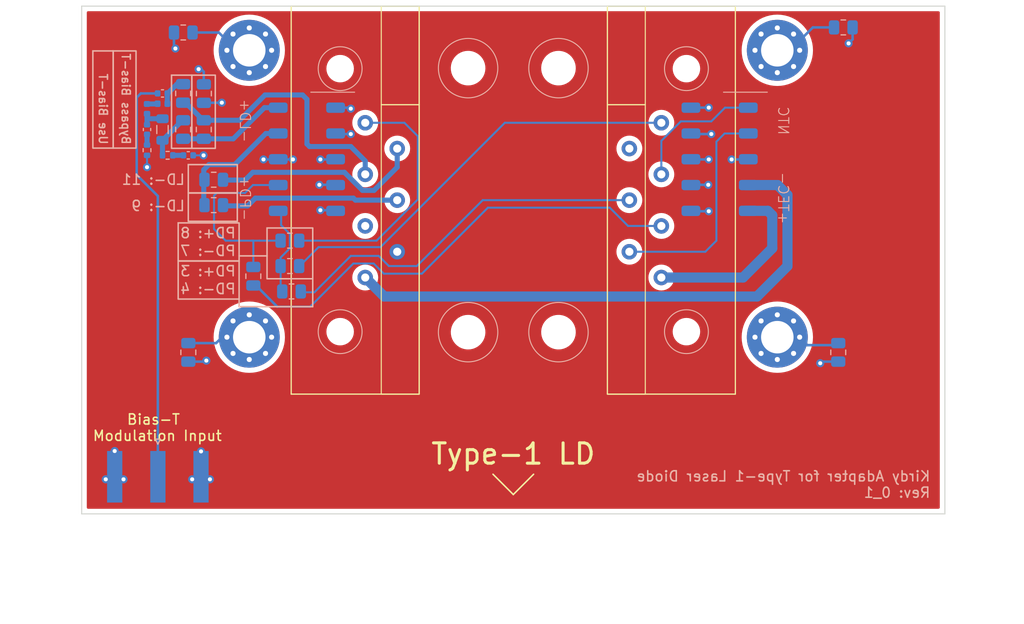
<source format=kicad_pcb>
(kicad_pcb (version 20221018) (generator pcbnew)

  (general
    (thickness 1.6)
  )

  (paper "A4")
  (title_block
    (rev "v0_1rc1")
    (comment 1 "v0_1rc1: Changed the location of silkscreen markings of Bias-T Modulation Input")
  )

  (layers
    (0 "F.Cu" signal)
    (31 "B.Cu" signal)
    (32 "B.Adhes" user "B.Adhesive")
    (33 "F.Adhes" user "F.Adhesive")
    (34 "B.Paste" user)
    (35 "F.Paste" user)
    (36 "B.SilkS" user "B.Silkscreen")
    (37 "F.SilkS" user "F.Silkscreen")
    (38 "B.Mask" user)
    (39 "F.Mask" user)
    (40 "Dwgs.User" user "User.Drawings")
    (41 "Cmts.User" user "User.Comments")
    (42 "Eco1.User" user "User.Eco1")
    (43 "Eco2.User" user "User.Eco2")
    (44 "Edge.Cuts" user)
    (45 "Margin" user)
    (46 "B.CrtYd" user "B.Courtyard")
    (47 "F.CrtYd" user "F.Courtyard")
    (48 "B.Fab" user)
    (49 "F.Fab" user)
    (50 "User.1" user)
    (51 "User.2" user)
    (52 "User.3" user)
    (53 "User.4" user)
    (54 "User.5" user)
    (55 "User.6" user)
    (56 "User.7" user)
    (57 "User.8" user)
    (58 "User.9" user)
  )

  (setup
    (stackup
      (layer "F.SilkS" (type "Top Silk Screen"))
      (layer "F.Paste" (type "Top Solder Paste"))
      (layer "F.Mask" (type "Top Solder Mask") (thickness 0.01))
      (layer "F.Cu" (type "copper") (thickness 0.035))
      (layer "dielectric 1" (type "core") (thickness 1.51) (material "FR4") (epsilon_r 4.5) (loss_tangent 0.02))
      (layer "B.Cu" (type "copper") (thickness 0.035))
      (layer "B.Mask" (type "Bottom Solder Mask") (thickness 0.01))
      (layer "B.Paste" (type "Bottom Solder Paste"))
      (layer "B.SilkS" (type "Bottom Silk Screen"))
      (copper_finish "None")
      (dielectric_constraints no)
    )
    (pad_to_mask_clearance 0)
    (pcbplotparams
      (layerselection 0x0001000_7ffffffe)
      (plot_on_all_layers_selection 0x00080a8_00000000)
      (disableapertmacros false)
      (usegerberextensions true)
      (usegerberattributes true)
      (usegerberadvancedattributes true)
      (creategerberjobfile false)
      (dashed_line_dash_ratio 12.000000)
      (dashed_line_gap_ratio 3.000000)
      (svgprecision 6)
      (plotframeref false)
      (viasonmask false)
      (mode 1)
      (useauxorigin false)
      (hpglpennumber 1)
      (hpglpenspeed 20)
      (hpglpendiameter 15.000000)
      (dxfpolygonmode true)
      (dxfimperialunits true)
      (dxfusepcbnewfont true)
      (psnegative false)
      (psa4output false)
      (plotreference false)
      (plotvalue false)
      (plotinvisibletext false)
      (sketchpadsonfab false)
      (subtractmaskfromsilk true)
      (outputformat 3)
      (mirror false)
      (drillshape 0)
      (scaleselection 1)
      (outputdirectory "../kirdy_copper_plate/test.pdf")
    )
  )

  (net 0 "")
  (net 1 "GND")
  (net 2 "Net-(J3-PD+)")
  (net 3 "Net-(J3-PD-)")
  (net 4 "/TEC+")
  (net 5 "/NTC+")
  (net 6 "unconnected-(J3-NC-Pad6)")
  (net 7 "Net-(J3-PD-*)")
  (net 8 "/NTC-")
  (net 9 "Net-(J3-PD+*)")
  (net 10 "Net-(J3-LD-*)")
  (net 11 "Net-(J3-LD-)")
  (net 12 "/LD+")
  (net 13 "unconnected-(J3-NC-Pad12)")
  (net 14 "/TEC-")
  (net 15 "/PD-")
  (net 16 "/PD+")
  (net 17 "/LD-")
  (net 18 "Net-(C2-Pad1)")
  (net 19 "/Mod_IN")
  (net 20 "/kirdy_LD+")
  (net 21 "Net-(C2-Pad2)")
  (net 22 "Net-(C5-Pad1)")
  (net 23 "Net-(L2-Pad2)")
  (net 24 "Net-(L3-Pad1)")
  (net 25 "Net-(C3-Pad1)")
  (net 26 "Net-(H2-Pad1)")
  (net 27 "Net-(H3-Pad1)")
  (net 28 "Net-(H4-Pad1)")
  (net 29 "Net-(H1-Pad1)")

  (footprint "laserSocket:Butterfly_Socket" (layer "F.Cu") (at 0 4.02 180))

  (footprint "laserSocket:78614110360_Receptacle" (layer "F.Cu") (at -26 -10.737))

  (footprint "laserSocket:78614110360_Receptacle" (layer "F.Cu") (at -26 17.513))

  (footprint "laserSocket:LD_Heat_Sink" (layer "F.Cu") (at -42.5 -15.084))

  (footprint "laserSocket:78614110360_Receptacle" (layer "F.Cu") (at 26 -10.737))

  (footprint "laserSocket:78614110360_Receptacle" (layer "F.Cu") (at 26 17.513))

  (footprint "Inductor_SMD:L_0402_1005Metric" (layer "B.Cu") (at -34.544 -5.4745 180))

  (footprint "Resistor_SMD:R_0805_2012Metric" (layer "B.Cu") (at -32.5 -12.49 180))

  (footprint "Capacitor_SMD:C_0402_1005Metric" (layer "B.Cu") (at -36.068 -2.9345 -90))

  (footprint "Resistor_SMD:R_0805_2012Metric" (layer "B.Cu") (at -25.6 11.51 -90))

  (footprint "Inductor_SMD:L_0402_1005Metric" (layer "B.Cu") (at -36.068 -4.9665 -90))

  (footprint "Resistor_SMD:R_0805_2012Metric" (layer "B.Cu") (at -30.4694 -6.4762 -90))

  (footprint "Resistor_SMD:R_0805_2012Metric" (layer "B.Cu") (at -32.512 -6.4905 90))

  (footprint "Inductor_SMD:L_0805_2012Metric" (layer "B.Cu") (at -34.544 -2.9345 -90))

  (footprint "laserSocket:M20-7870542" (layer "B.Cu") (at -20.3222 -0.0068 180))

  (footprint "laserSocket:M20-7870542" (layer "B.Cu") (at 20.3178 -0.0068 180))

  (footprint "Resistor_SMD:R_0805_2012Metric" (layer "B.Cu") (at -32 19.01 -90))

  (footprint "Resistor_SMD:R_0805_2012Metric" (layer "B.Cu") (at -29.5 4.51 180))

  (footprint "Resistor_SMD:R_0805_2012Metric" (layer "B.Cu") (at -22 8.01 180))

  (footprint "Resistor_SMD:R_0805_2012Metric" (layer "B.Cu") (at -29.5 2.01 180))

  (footprint "Capacitor_SMD:C_0402_1005Metric" (layer "B.Cu") (at -32.004 -0.3945))

  (footprint "Resistor_SMD:R_0805_2012Metric" (layer "B.Cu") (at -30.48 -2.9345 90))

  (footprint "Resistor_SMD:R_0805_2012Metric" (layer "B.Cu") (at 32 19.01 -90))

  (footprint "Resistor_SMD:R_0805_2012Metric" (layer "B.Cu") (at 32.5 -12.99))

  (footprint "Capacitor_SMD:C_0402_1005Metric" (layer "B.Cu") (at -34.544 -6.4905 180))

  (footprint "Connector_Coaxial:SMA_Amphenol_132289_EdgeMount" (layer "B.Cu") (at -35 31.26 -90))

  (footprint "Resistor_SMD:R_0402_1005Metric" (layer "B.Cu") (at -34.036 -0.3945))

  (footprint "Resistor_SMD:R_0402_1005Metric" (layer "B.Cu") (at -36.068 -0.9025 -90))

  (footprint "Resistor_SMD:R_0805_2012Metric" (layer "B.Cu") (at -22 10.51))

  (footprint "laserSocket:kirdy_socket" (layer "B.Cu") (at 0 0.01 180))

  (footprint "Resistor_SMD:R_0805_2012Metric" (layer "B.Cu") (at -21.8375 13.01))

  (footprint "Resistor_SMD:R_0805_2012Metric" (layer "B.Cu") (at -32.512 -2.9345 90))

  (gr_rect (start -39.4 -10.674) (end -37.15 -1.106)
    (stroke (width 0.15) (type default)) (fill none) (layer "B.SilkS") (tstamp 0ef91e2f-7d07-4eb4-8ed0-10c7fb144d6c))
  (gr_line (start -27 13.76) (end -27 14.51)
    (stroke (width 0.15) (type default)) (layer "B.SilkS") (tstamp 36d88f3e-2839-486f-900e-a0ab6901526d))
  (gr_rect (start -31.655 -8.29) (end -29.345 -1.0816)
    (stroke (width 0.15) (type default)) (fill none) (layer "B.SilkS") (tstamp 402191f3-283b-481e-bedb-01fc3ef01cd4))
  (gr_line (start -27 9.51) (end -24.25 9.51)
    (stroke (width 0.15) (type default)) (layer "B.SilkS") (tstamp 44583d53-d6c5-4174-8bff-3682643b44b8))
  (gr_rect (start -33 10.01) (end -27 13.76)
    (stroke (width 0.15) (type default)) (fill none) (layer "B.SilkS") (tstamp 6005dff1-e18b-4fe2-9f3e-fdee4cc62578))
  (gr_rect (start -33.655 -8.29) (end -31.655 -1.0816)
    (stroke (width 0.15) (type default)) (fill none) (layer "B.SilkS") (tstamp 6423e819-464c-4123-ac7f-ee0cef68da73))
  (gr_rect (start -24.25 6.76) (end -19.75 11.76)
    (stroke (width 0.15) (type default)) (fill none) (layer "B.SilkS") (tstamp 6de74a38-d69e-4e3b-9f19-9e5a6811e6db))
  (gr_rect (start -41.4 -10.674) (end -39.4 -1.106)
    (stroke (width 0.15) (type default)) (fill none) (layer "B.SilkS") (tstamp 8c2746d8-2581-4ca0-9193-3277a8e9a52e))
  (gr_line (start -19.75 11.76) (end -19.75 14.51)
    (stroke (width 0.15) (type default)) (layer "B.SilkS") (tstamp a32a1bfb-022c-4f63-aef9-9c0a658a4a82))
  (gr_rect (start -33 6.26) (end -27 10.01)
    (stroke (width 0.15) (type default)) (fill none) (layer "B.SilkS") (tstamp b5d9a385-3387-4a69-b362-da3a4fd6da62))
  (gr_rect (start -32.004 3.312) (end -27.178 6.106)
    (stroke (width 0.15) (type default)) (fill none) (layer "B.SilkS") (tstamp bd965ae7-57d4-477b-8862-5015b280e30a))
  (gr_line (start -27 14.51) (end -19.75 14.51)
    (stroke (width 0.15) (type default)) (layer "B.SilkS") (tstamp df2a32a5-0c76-4fdf-a1f1-d46f8f620326))
  (gr_rect (start -32.004 0.518) (end -27.178 3.312)
    (stroke (width 0.15) (type default)) (fill none) (layer "B.SilkS") (tstamp eb9d25d7-13e5-4f42-8abe-fe49d17497de))
  (gr_line (start 0 33.01) (end -2 31.01)
    (stroke (width 0.15) (type default)) (layer "F.SilkS") (tstamp 874923f9-a9f7-4958-996b-11a977ff4bfa))
  (gr_line (start 0 33.01) (end 2 31.01)
    (stroke (width 0.15) (type default)) (layer "F.SilkS") (tstamp ae60edff-7e7c-448e-b414-0dd5435511fc))
  (gr_line (start -42.5 34.9132) (end 42.5 34.9132)
    (stroke (width 0.1) (type default)) (layer "Edge.Cuts") (tstamp 5fc11ccb-206c-4a11-8cb3-f05fdf2365ed))
  (gr_line (start 42.5 -15.0868) (end -42.5 -15.0868)
    (stroke (width 0.1) (type default)) (layer "Edge.Cuts") (tstamp 96bb3b61-a8bd-4e6d-8c1c-2a91283c5af6))
  (gr_line (start -42.5 -15.0868) (end -42.5 34.9132)
    (stroke (width 0.1) (type default)) (layer "Edge.Cuts") (tstamp b269c852-4cfb-4fde-86c0-83d58bd7102b))
  (gr_line (start 42.5 34.9132) (end 42.5 -15.0868)
    (stroke (width 0.1) (type default)) (layer "Edge.Cuts") (tstamp b654c7e3-761e-4a6b-b332-c1b14e723831))
  (gr_text "PD+: 8" (at -27.25 7.26) (layer "B.SilkS") (tstamp 04c864d3-b770-478b-b591-c2f859564f89)
    (effects (font (size 1 1) (thickness 0.15)) (justify left mirror))
  )
  (gr_text "Bypass Bias-T" (at -38.15 -1.39 270) (layer "B.SilkS") (tstamp 0ad38507-6748-4bd5-90e6-04e1281b8513)
    (effects (font (size 0.8 0.8) (thickness 0.15)) (justify left mirror))
  )
  (gr_text "PD-: 4" (at -27.25 12.76) (layer "B.SilkS") (tstamp 1ede9fb9-2b80-4a70-95e6-8b1106e7b917)
    (effects (font (size 1 1) (thickness 0.15)) (justify left mirror))
  )
  (gr_text "Use Bias-T" (at -40.4 -1.39 270) (layer "B.SilkS") (tstamp 27273078-f90b-42d9-aa8d-6b3b1a0d97c4)
    (effects (font (size 0.8 0.8) (thickness 0.15)) (justify left mirror))
  )
  (gr_text "LD-: 9" (at -32.258 4.582) (layer "B.SilkS") (tstamp 4cc0ef08-f92c-4c13-bdf4-4ed9b0d668f1)
    (effects (font (size 1 1) (thickness 0.15)) (justify left mirror))
  )
  (gr_text "PD+: 3" (at -27.25 11.01) (layer "B.SilkS") (tstamp c5025ffb-4132-40ad-9ba2-5a426d255675)
    (effects (font (size 1 1) (thickness 0.15)) (justify left mirror))
  )
  (gr_text "Kirdy Adapter for Type-1 Laser Diode \nRev: 0_1" (at 41.148 32.014) (layer "B.SilkS") (tstamp d9185641-8167-4841-b540-088303848472)
    (effects (font (size 1 1) (thickness 0.15)) (justify left mirror))
  )
  (gr_text "PD-: 7" (at -27.25 9.01) (layer "B.SilkS") (tstamp e9305944-d283-4481-a373-483045d7de6d)
    (effects (font (size 1 1) (thickness 0.15)) (justify left mirror))
  )
  (gr_text "LD-: 11" (at -32.258 1.998) (layer "B.SilkS") (tstamp f8a1f124-6566-4a42-92b0-87395200e1f8)
    (effects (font (size 1 1) (thickness 0.15)) (justify left mirror))
  )
  (gr_text "Type-1 LD" (at 0 29.01) (layer "F.SilkS") (tstamp 6b833559-6474-4221-aa6a-78219e45b6af)
    (effects (font (size 2 2) (thickness 0.3)))
  )
  (gr_text "Bias-T \nModulation Input" (at -35.052 26.416) (layer "F.SilkS") (tstamp be63c161-af45-409b-ab6a-4332d46cf0d0)
    (effects (font (size 1 1) (thickness 0.15)))
  )

  (via (at -19.1 2.51) (size 0.8) (drill 0.4) (layers "F.Cu" "B.Cu") (free) (net 1) (tstamp 0b2eca09-aa36-4861-baa6-3f0fe3836af6))
  (via (at -31.623 31.51) (size 0.8) (drill 0.4) (layers "F.Cu" "B.Cu") (free) (net 1) (tstamp 0d5de957-141c-4c66-a0e2-2667c266206a))
  (via (at -30.226 19.822) (size 0.8) (drill 0.4) (layers "F.Cu" "B.Cu") (net 1) (tstamp 0dab7955-5bbc-4bfb-80a7-1f686e32d016))
  (via (at -30.988 -8.88) (size 0.8) (drill 0.4) (layers "F.Cu" "B.Cu") (net 1) (tstamp 15ed4f94-0bcb-423b-bd75-1361c6b3ca7c))
  (via (at -39.2544 28.7248) (size 0.8) (drill 0.4) (layers "F.Cu" "B.Cu") (free) (net 1) (tstamp 1ed39148-0660-421e-b30e-3f98525068e4))
  (via (at -21.7 0.01) (size 0.8) (drill 0.4) (layers "F.Cu" "B.Cu") (free) (net 1) (tstamp 2764a420-7efd-4e83-9e69-c5b646aa7852))
  (via (at -38.382 31.51) (size 0.8) (drill 0.4) (layers "F.Cu" "B.Cu") (net 1) (tstamp 2be0de4a-daf2-4511-acf9-aef04b5f2530))
  (via (at -19 5.01) (size 0.8) (drill 0.4) (layers "F.Cu" "B.Cu") (free) (net 1) (tstamp 3cdaf648-0f31-4b8e-bd76-b2e4c6c22afc))
  (via (at -28.702 -5.578) (size 0.8) (drill 0.4) (layers "F.Cu" "B.Cu") (net 1) (tstamp 4342e44a-bdd7-42c2-985a-0be7aa36e14e))
  (via (at -30.5 -0.39) (size 0.8) (drill 0.4) (layers "F.Cu" "B.Cu") (net 1) (tstamp 4889216c-aa7b-4934-9836-6b7e52dcb053))
  (via (at 30.226 20.076) (size 0.8) (drill 0.4) (layers "F.Cu" "B.Cu") (net 1) (tstamp 4b7eb20c-ed7e-4fa6-a92c-fb636415b64d))
  (via (at 21.5 0.01) (size 0.8) (drill 0.4) (layers "F.Cu" "B.Cu") (free) (net 1) (tstamp 53407438-84af-47e1-8d97-b221bab59b19))
  (via (at 19.25 5.11) (size 0.8) (drill 0.4) (layers "F.Cu" "B.Cu") (net 1) (tstamp 56e78550-dcf0-4cb6-be7f-b67904591851))
  (via (at 19.25 -5.09) (size 0.8) (drill 0.4) (layers "F.Cu" "B.Cu") (free) (net 1) (tstamp 5a360d84-87a6-46f1-8434-9d6246708bf8))
  (via (at -30.75 28.76) (size 0.8) (drill 0.4) (layers "F.Cu" "B.Cu") (free) (net 1) (tstamp 6543018a-f1d7-4b4a-b2e5-724b759fb6b2))
  (via (at -16 -4.99) (size 0.8) (drill 0.4) (layers "F.Cu" "B.Cu") (free) (net 1) (tstamp 77b45021-f474-48ab-bcf1-a3b178bc2e5b))
  (via (at 19.25 0.01) (size 0.8) (drill 0.4) (layers "F.Cu" "B.Cu") (free) (net 1) (tstamp 8a5f89b8-ed9e-4d41-b280-03a9338e88b9))
  (via (at -24.6 0.01) (size 0.8) (drill 0.4) (layers "F.Cu" "B.Cu") (free) (net 1) (tstamp 8bd631d8-b797-456a-881b-fb9ad4912ca4))
  (via (at 33.02 -11.42) (size 0.8) (drill 0.4) (layers "F.Cu" "B.Cu") (net 1) (tstamp 8e608465-efb8-48ad-9a64-8c13528477d1))
  (via (at -29.873 31.51) (size 0.8) (drill 0.4) (layers "F.Cu" "B.Cu") (free) (net 1) (tstamp 8f7525ef-2afd-4969-bdef-83d94a83c98c))
  (via (at -16 -2.49) (size 0.8) (drill 0.4) (layers "F.Cu" "B.Cu") (free) (net 1) (tstamp 980cfb86-ef2c-4d30-872a-9d1cbce3f20e))
  (via (at -33.274 -10.912) (size 0.8) (drill 0.4) (layers "F.Cu" "B.Cu") (net 1) (tstamp a4fdc44b-c0d3-42d8-ba21-7f473cc0d98f))
  (via (at 19.2 2.51) (size 0.8) (drill 0.4) (layers "F.Cu" "B.Cu") (free) (net 1) (tstamp c296e3ac-c4c1-4dfb-badc-926bd32271fe))
  (via (at -36.068 0.772) (size 0.8) (drill 0.4) (layers "F.Cu" "B.Cu") (net 1) (tstamp daeb467a-8224-4186-82e6-6550edd102a7))
  (via (at -40.132 31.51) (size 0.8) (drill 0.4) (layers "F.Cu" "B.Cu") (net 1) (tstamp e0636d8f-0a6d-409d-aecc-45d20973e0bc))
  (via (at 19.5 -2.49) (size 0.8) (drill 0.4) (layers "F.Cu" "B.Cu") (free) (net 1) (tstamp e7c9e2a0-03c2-4403-a11e-ddd029b4b0fa))
  (via (at -19 0.01) (size 0.8) (drill 0.4) (layers "F.Cu" "B.Cu") (free) (net 1) (tstamp edd50e90-d3f7-47e1-bf51-8b4b0c214044))
  (segment (start 17.496 -5.09) (end 17.4928 -5.0868) (width 0.25) (layer "B.Cu") (net 1) (tstamp 05035bb0-0369-4780-b22f-7d6cb62d819a))
  (segment (start 19.5 -2.49) (end 17.5496 -2.49) (width 0.25) (layer "B.Cu") (net 1) (tstamp 0c338d63-bf98-4013-970a-459743315cea))
  (segment (start 21.5 0.01) (end 23.126 0.01) (width 0.25) (layer "B.Cu") (net 1) (tstamp 103f5b75-e3b2-4629-b8aa-29f9a9e49cea))
  (segment (start -16.0968 -5.0868) (end -16 -4.99) (width 0.25) (layer "B.Cu") (net 1) (tstamp 10b53e8a-1b48-4afa-af76-8ee743809c1f))
  (segment (start -19 0.01) (end -17.514 0.01) (width 0.25) (layer "B.Cu") (net 1) (tstamp 13d0a752-c0de-4873-94e5-a0b5b0599001))
  (segment (start -33.4125 -12.49) (end -33.4125 -11.0505) (width 0.25) (layer "B.Cu") (net 1) (tstamp 1c3f4c92-b306-4624-8ba5-cc709801d6a5))
  (segment (start -21.7 0.01) (end -23.1304 0.01) (width 0.25) (layer "B.Cu") (net 1) (tstamp 1c734e97-f47d-40f7-a643-bf801c3cd85b))
  (segment (start 30.226 20.076) (end 30.3795 19.9225) (width 0.25) (layer "B.Cu") (net 1) (tstamp 1d03d441-1a75-40c3-915d-02c1da76f9e1))
  (segment (start 17.5096 0.01) (end 17.4928 -0.0068) (width 0.25) (layer "B.Cu") (net 1) (tstamp 1e600d61-3dca-41ed-afcb-73be95bf69e8))
  (segment (start 33.4125 -12.99) (end 33.4125 -11.8125) (width 0.25) (layer "B.Cu") (net 1) (tstamp 22dddcf2-c2e3-4aa4-97e1-8156701e8ce2))
  (segment (start 19.25 0.01) (end 17.5096 0.01) (width 0.25) (layer "B.Cu") (net 1) (tstamp 25fc18c3-d2a3-49b1-ab34-7112b76f70e2))
  (segment (start -30.48 -7.3993) (end -30.48 -8.626) (width 0.25) (layer "B.Cu") (net 1) (tstamp 34d8dac2-76a0-4a8f-b197-5776a277d968))
  (segment (start -30.3265 19.9225) (end -30.226 19.822) (width 0.25) (layer "B.Cu") (net 1) (tstamp 4ffcf0ad-b47b-4673-9b85-8da055134a08))
  (segment (start -24.6 0.01) (end -23.164 0.01) (width 0.25) (layer "B.Cu") (net 1) (tstamp 55980785-7839-466f-9ff1-4be93cd962ca))
  (segment (start -31.524 -0.3945) (end -30.5 -0.39) (width 0.2) (layer "B.Cu") (net 1) (tstamp 5aa0575f-8397-44a7-a076-3ade00978a5c))
  (segment (start -17.4972 -5.0868) (end -16.0968 -5.0868) (width 0.25) (layer "B.Cu") (net 1) (tstamp 6052a09b-fae0-4266-a6f8-a7f0dc121a12))
  (segment (start -33.4125 -11.0505) (end -33.274 -10.912) (width 0.25) (layer "B.Cu") (net 1) (tstamp 6734df6b-be42-4110-914e-9b068b04d79d))
  (segment (start 30.3795 19.9225) (end 32 19.9225) (width 0.25) (layer "B.Cu") (net 1) (tstamp 72720807-6fa7-4966-a873-520d1d48ec8d))
  (segment (start 17.5496 -2.49) (end 17.4928 -2.5468) (width 0.25) (layer "B.Cu") (net 1) (tstamp 73c35d57-dd8e-4155-9426-3a680914d536))
  (segment (start 19.25 5.11) (end 17.5296 5.11) (width 0.25) (layer "B.Cu") (net 1) (tstamp 817dc2d8-430c-4170-889e-ac0c6073f0b4))
  (segment (start -28.702 -5.578) (end -28.7163 -5.5637) (width 0.25) (layer "B.Cu") (net 1) (tstamp 8d33db70-a93b-4ee1-8eb3-69211cfc7ffc))
  (segment (start -30.446 -7.4121) (end -30.4694 -7.3887) (width 0.25) (layer "B.Cu") (net 1) (tstamp 90ab62e3-7839-4935-9f75-2fa5d0f2b167))
  (segment (start -23.164 0.01) (end -23.1472 -0.0068) (width 0.25) (layer "B.Cu") (net 1) (tstamp 93fbb17f-56e2-4777-8b2c-1dcf89ba4805))
  (segment (start -17.5204 2.51) (end -17.4972 2.5332) (width 0.25) (layer "B.Cu") (net 1) (tstamp 9f59ad5a-a52f-44de-943e-036ebdda5372))
  (segment (start -16 -2.49) (end -17.4404 -2.49) (width 0.25) (layer "B.Cu") (net 1) (tstamp a10bb1c9-e04a-4e1a-8b41-95b454715bfc))
  (segment (start -23.1304 0.01) (end -23.1472 -0.0068) (width 0.25) (layer "B.Cu") (net 1) (tstamp a46c39ad-015f-4bbb-b49d-10c122d0cf86))
  (segment (start -30.5 -0.39) (end -30.500161 -0.3945) (width 0.2) (layer "B.Cu") (net 1) (tstamp ab992f42-83a0-406e-8778-32fc238405aa))
  (segment (start 19.2 2.51) (end 17.516 2.51) (width 0.25) (layer "B.Cu") (net 1) (tstamp ac3ca72f-c831-4445-8d26-0d0ecbd444bd))
  (segment (start -36.068 -0.3925) (end -36.068 0.772) (width 0.2) (layer "B.Cu") (net 1) (tstamp ba9ac4cf-5e2f-48e7-b269-d01cc29c0bac))
  (segment (start -36.068 0.772) (end -36.068 0.6215) (width 0.2) (layer "B.Cu") (net 1) (tstamp be8fa504-61ac-44c0-b8c2-e8f4d2a512e1))
  (segment (start -30.734 -8.88) (end -30.988 -8.88) (width 0.25) (layer "B.Cu") (net 1) (tstamp bf17489c-6773-443c-bd23-0d1b64496da4))
  (segment (start -17.4404 -2.49) (end -17.4972 -2.5468) (width 0.25) (layer "B.Cu") (net 1) (tstamp c493196c-797f-4abf-9abc-06b63bfa58bf))
  (segment (start 19.25 -5.09) (end 17.496 -5.09) (width 0.25) (layer "B.Cu") (net 1) (tstamp c9fa55b6-110f-45f3-bab7-cd28baf12492))
  (segment (start 17.5296 5.11) (end 17.4928 5.0732) (width 0.25) (layer "B.Cu") (net 1) (tstamp cb63d5c1-3a6c-40f4-ac34-34796706eb63))
  (segment (start -19 5.01) (end -17.5604 5.01) (width 0.25) (layer "B.Cu") (net 1) (tstamp dcac079d-a9dc-460e-a275-bbd1360447c7))
  (segment (start -17.5604 5.01) (end -17.4972 5.0732) (width 0.25) (layer "B.Cu") (net 1) (tstamp dfc774ed-d695-457b-a675-b5d97b6944f1))
  (segment (start -19.1 2.51) (end -17.5204 2.51) (width 0.25) (layer "B.Cu") (net 1) (tstamp e3ed6846-0fd7-46a0-b185-3f55cbd09d36))
  (segment (start 17.516 2.51) (end 17.4928 2.5332) (width 0.25) (layer "B.Cu") (net 1) (tstamp e7a4508c-0989-4688-ba22-512e4399113a))
  (segment (start 23.126 0.01) (end 23.1428 -0.0068) (width 0.25) (layer "B.Cu") (net 1) (tstamp ea724ddc-d1a8-4f13-8d4d-a1954a11f62e))
  (segment (start 33.4125 -11.8125) (end 33.02 -11.42) (width 0.25) (layer "B.Cu") (net 1) (tstamp eb998d29-f878-4b49-a23d-0d9c5a99c310))
  (segment (start -30.48 -8.626) (end -30.734 -8.88) (width 0.25) (layer "B.Cu") (net 1) (tstamp f3e7a76e-f443-4b32-9c58-60ed59888a0e))
  (segment (start -17.514 0.01) (end -17.4972 -0.0068) (width 0.25) (layer "B.Cu") (net 1) (tstamp f54a1838-1c67-48aa-90e4-70fa25017d1b))
  (segment (start -30.4694 -5.5637) (end -28.702 -5.578) (width 0.25) (layer "B.Cu") (net 1) (tstamp f90433ac-99a0-40be-961e-5ee8a4c90f38))
  (segment (start -32 19.9225) (end -30.3265 19.9225) (width 0.25) (layer "B.Cu") (net 1) (tstamp ff476093-929b-4538-be4b-9eb484ba42b4))
  (segment (start -30.4694 -7.3887) (end -30.48 -7.3993) (width 0.25) (layer "B.Cu") (net 1) (tstamp ffba421f-4614-48fb-80d5-acb1147ca9ba))
  (segment (start -9 11.26) (end -12.75 11.26) (width 0.2) (layer "B.Cu") (net 2) (tstamp 08c4cefb-91b4-4330-81f0-f398c921732a))
  (segment (start -25.0875 12.6725) (end -25.25 12.6725) (width 0.2) (layer "B.Cu") (net 2) (tstamp 2c98d0bd-cf4b-4e86-9068-ba4f75b8e5d5))
  (segment (start -25.3375 12.4225) (end -23.25 14.51) (width 0.25) (layer "B.Cu") (net 2) (tstamp 52357b59-5814-4b83-be5a-792d789e2f7f))
  (segment (start -20 14.51) (end -23.25 14.51) (width 0.2) (layer "B.Cu") (net 2) (tstamp 566fef68-448a-4baf-9a35-c328b04f3b28))
  (segment (start 9.5 4.76) (end -2.5 4.76) (width 0.2) (layer "B.Cu") (net 2) (tstamp 5751d418-0b7e-4c5b-8171-e182dd5ae104))
  (segment (start -25.5 12.5165) (end -25.5 12.604) (width 0.2) (layer "B.Cu") (net 2) (tstamp 763f2505-3c1f-4563-b5e2-e8fe2c47f7e0))
  (segment (start -12.75 11.26) (end -13.75 10.26) (width 0.2) (layer "B.Cu") (net 2) (tstamp 7ae6ec98-db55-458d-b634-d22089512c74))
  (segment (start -13.75 10.26) (end -15.75 10.26) (width 0.2) (layer "B.Cu") (net 2) (tstamp 7b8201fd-891c-46f3-a9a7-c8cefab141a3))
  (segment (start 11.3 6.56) (end 9.5 4.76) (width 0.2) (layer "B.Cu") (net 2) (tstamp 813a6651-b7ee-4822-9cdc-7fe70c8b956d))
  (segment (start -15.75 10.26) (end -20 14.51) (width 0.2) (layer "B.Cu") (net 2) (tstamp 8a4b2ff8-6fe1-48f4-8a4e-4c2058e8065b))
  (segment (start -2.5 4.76) (end -9 11.26) (width 0.2) (layer "B.Cu") (net 2) (tstamp 997089eb-d787-4aa9-ad83-bc0d0c278480))
  (segment (start -25.6 12.4225) (end -25.3375 12.4225) (width 0.25) (layer "B.Cu") (net 2) (tstamp ec3f4537-da08-4380-9fb7-7f2564b2dbd6))
  (segment (start 14.58 6.56) (end 11.3 6.56) (width 0.2) (layer "B.Cu") (net 2) (tstamp fd2e1509-b7e5-4dc9-8487-4e0d59ecf7f5))
  (segment (start -3.01 4.02) (end 11.405 4.02) (width 0.2) (layer "B.Cu") (net 3) (tstamp 16407b2a-2d20-4147-99cc-d4d8c2a148b2))
  (segment (start -21.0875 13.091) (end -19.581 13.091) (width 0.2) (layer "B.Cu") (net 3) (tstamp 63303145-6aba-4b4a-ae0f-4c0b988b7823))
  (segment (start -9.5 10.51) (end -3.01 4.02) (width 0.2) (layer "B.Cu") (net 3) (tstamp 806389c8-0071-4083-a75f-b212aac21120))
  (segment (start -13.25 9.51) (end -12.25 10.51) (width 0.2) (layer "B.Cu") (net 3) (tstamp c7e8305d-6eb8-4bba-88f4-470a14a2f0ca))
  (segment (start -12.25 10.51) (end -9.5 10.51) (width 0.2) (layer "B.Cu") (net 3) (tstamp c7f47e19-0989-4b0d-ac7c-5b6db7e697e9))
  (segment (start -16 9.51) (end -13.25 9.51) (width 0.2) (layer "B.Cu") (net 3) (tstamp e8229bfe-6a7e-4e98-bc20-f4a38ed72708))
  (segment (start -19.581 13.091) (end -16 9.51) (width 0.2) (layer "B.Cu") (net 3) (tstamp f3be02d1-ac8c-4430-abdf-bc71651d155f))
  (segment (start 25.0632 5.0732) (end 25.5 5.51) (width 1) (layer "B.Cu") (net 4) (tstamp 2c289a11-8243-406d-bb20-fcfcf7149e80))
  (segment (start 22.8578 5.0732) (end 25.0632 5.0732) (width 1) (layer "B.Cu") (net 4) (tstamp 37c6aac5-79e4-4a3e-b4f1-c2427c26ac5a))
  (segment (start 25.5 5.51) (end 25.5 8.76) (width 1) (layer "B.Cu") (net 4) (tstamp 5baa5dd5-50f6-4200-a644-442cd1b53611))
  (segment (start 25.5 8.76) (end 22.62 11.64) (width 1) (layer "B.Cu") (net 4) (tstamp b2ec8ebd-cff9-401f-9fe3-75e421376ee1))
  (segment (start 22.62 11.64) (end 14.58 11.64) (width 1) (layer "B.Cu") (net 4) (tstamp d80c9e95-0fae-4b02-b807-d56a3ef41b6e))
  (segment (start 18.91 9.1) (end 20 8.01) (width 0.2) (layer "B.Cu") (net 5) (tstamp 04cd815c-e872-4d50-8478-bc344018db68))
  (segment (start 11.43 9.1) (end 18.91 9.1) (width 0.2) (layer "B.Cu") (net 5) (tstamp 1a01c75b-9a4c-455b-bcbc-b028f082025c))
  (segment (start 20.8068 -2.5468) (end 22.8578 -2.5468) (width 0.2) (layer "B.Cu") (net 5) (tstamp a5f2112f-fcc0-49be-8289-4ea80f3a3a9a))
  (segment (start 20 8.01) (end 20 -1.74) (width 0.2) (layer "B.Cu") (net 5) (tstamp e4e7a782-778d-4ea9-b15e-63b679ea6355))
  (segment (start 20 -1.74) (end 20.8068 -2.5468) (width 0.2) (layer "B.Cu") (net 5) (tstamp fdde6dc8-ddc3-4e85-95f5-bc39826a98d9))
  (segment (start -21.082 10.551) (end -19.177 8.646) (width 0.2) (layer "B.Cu") (net 7) (tstamp 67a37c86-0ce2-4f18-82ef-29e33cb4893a))
  (segment (start -0.835 -3.6) (end 14.58 -3.6) (width 0.2) (layer "B.Cu") (net 7) (tstamp 68949b57-3603-4785-988c-e48d5fe0c871))
  (segment (start -19.177 8.646) (end -13.081 8.646) (width 0.2) (layer "B.Cu") (net 7) (tstamp 6c01a7ae-990e-4622-9ed6-f19d1b4957a0))
  (segment (start -13.081 8.646) (end -0.835 -3.6) (width 0.2) (layer "B.Cu") (net 7) (tstamp a0db81ef-7707-4fdb-9af0-36529a2a197a))
  (segment (start 20.8468 -5.0868) (end 22.8578 -5.0868) (width 0.2) (layer "B.Cu") (net 8) (tstamp 0a490ef6-c6fa-4c5a-99a1-ec1ef6f55d87))
  (segment (start 16.5 -3.74) (end 19.5 -3.74) (width 0.2) (layer "B.Cu") (net 8) (tstamp 52033a83-1265-4254-8b88-f191b17eb489))
  (segment (start 14.58 1.48) (end 14.58 -1.82) (width 0.2) (layer "B.Cu") (net 8) (tstamp 7f0ef567-c41f-400a-88fc-ba75ca5cfee8))
  (segment (start 14.58 -1.82) (end 16.5 -3.74) (width 0.2) (layer "B.Cu") (net 8) (tstamp a51f7aaa-2457-4e4c-9afc-d321940a085d))
  (segment (start 19.5 -3.74) (end 20.8468 -5.0868) (width 0.2) (layer "B.Cu") (net 8) (tstamp b16b1d29-5c92-4d38-ab85-1c449cf10b93))
  (segment (start -13.462 8.011) (end -9.398 3.947) (width 0.2) (layer "B.Cu") (net 9) (tstamp 043a6443-123a-429d-923f-563bd9372840))
  (segment (start -9.398 -2.276) (end -10.722 -3.6) (width 0.2) (layer "B.Cu") (net 9) (tstamp 3a298be2-e5b2-4207-ba6e-f9c068a9b79a))
  (segment (start -21.082 8.011) (end -13.462 8.011) (width 0.2) (layer "B.Cu") (net 9) (tstamp 472b47f3-1572-4192-8c68-27950db2b607))
  (segment (start -9.398 3.947) (end -9.398 -2.276) (width 0.2) (layer "B.Cu") (net 9) (tstamp b621c935-965a-43f1-bf5f-b080dfc0e4e7))
  (segment (start -10.722 -3.6) (end -14.58 -3.6) (width 0.2) (layer "B.Cu") (net 9) (tstamp e47030e7-3280-4207-b920-cfe72269dc2c))
  (segment (start -14.852 3.058) (end -13.716 3.058) (width 0.5) (layer "B.Cu") (net 10) (tstamp 02cfbe3a-b3be-420e-9fa9-cc7d538053b8))
  (segment (start -16.63 1.28) (end -14.852 3.058) (width 0.5) (layer "B.Cu") (net 10) (tstamp 12a939e3-a2e6-48fa-bee7-6e9addf1b91c))
  (segment (start -28.655 2.042) (end -26.416 2.042) (width 0.5) (layer "B.Cu") (net 10) (tstamp 666550e3-226e-4c72-8870-70f4d8e09e01))
  (segment (start -11.43 0.772) (end -11.43 -1.06) (width 0.5) (layer "B.Cu") (net 10) (tstamp 6d113304-ad80-4a18-9196-b2dd09bbf3c2))
  (segment (start -13.716 3.058) (end -11.43 0.772) (width 0.5) (layer "B.Cu") (net 10) (tstamp 7527f40a-6734-41ed-acb1-f8b43d40de1d))
  (segment (start -26.416 2.042) (end -25.654 1.28) (width 0.5) (layer "B.Cu") (net 10) (tstamp 93b64388-b565-4ff4-8fba-555eff074f17))
  (segment (start -25.654 1.28) (end -16.63 1.28) (width 0.5) (layer "B.Cu") (net 10) (tstamp e772d648-6dd2-4f49-8d76-f26ecda49496))
  (segment (start -26.162 4.582) (end -28.655 4.582) (width 0.5) (layer "B.Cu") (net 11) (tstamp 5295bfff-fd4e-4709-8827-781facadfda3))
  (segment (start -11.43 4.02) (end -15.548 4.02) (width 0.5) (layer "B.Cu") (net 11) (tstamp 6bb4b8b0-f449-4353-a986-3c5d93b6b2aa))
  (segment (start -25.4 3.82) (end -26.162 4.582) (width 0.5) (layer "B.Cu") (net 11) (tstamp 7119acc3-351e-49db-a04b-ceea93df9456))
  (segment (start -15.748 3.82) (end -25.4 3.82) (width 0.5) (layer "B.Cu") (net 11) (tstamp c877d2d2-89ec-4315-b9d3-12115ea27b3d))
  (segment (start -15.548 4.02) (end -15.748 3.82) (width 0.5) (layer "B.Cu") (net 11) (tstamp e32d3046-56f3-4cf8-a725-37fa5ad5f0c9))
  (segment (start -20.32 -5.91) (end -20.75 -6.34) (width 0.5) (layer "B.Cu") (net 12) (tstamp 08dd2879-1096-484e-bd37-5d17232896da))
  (segment (start -16.002 -1.26) (end -20.066 -1.26) (width 0.5) (layer "B.Cu") (net 12) (tstamp 1d553edb-a0b2-4da0-bfc8-95f7e53e63e7))
  (segment (start -26.943 -3.847) (end -30.48 -3.847) (width 0.5) (layer "B.Cu") (net 12) (tstamp 23861619-5539-4990-9d03-ac1b3219e4f8))
  (segment (start -30.5405 -3.847) (end -30.48 -3.847) (width 0.5) (layer "B.Cu") (net 12) (tstamp 2b2efa51-2f97-4496-873d-3a2430c7762f))
  (segment (start -30.48 -3.847) (end -30.3895 -3.7565) (width 0.5) (layer "B.Cu") (net 12) (tstamp 5df17705-02fb-4bf7-932d-440072e5ad84))
  (segment (start -32.2715 -5.578) (end -30.5405 -3.847) (width 0.5) (layer "B.Cu") (net 12) (tstamp 77615496-2735-4d6e-b207-95e7e82d8e5d))
  (segment (start -14.58 0.162) (end -16.002 -1.26) (width 0.5) (layer "B.Cu") (net 12) (tstamp 82e52a52-4373-4dcb-b109-dc9d0d7d1a0c))
  (segment (start -20.75 -6.34) (end -24.45 -6.34) (width 0.5) (layer "B.Cu") (net 12) (tstamp 8e86f81f-f882-4103-be71-974578900d0f))
  (segment (start -20.066 -1.26) (end -20.32 -1.514) (width 0.5) (layer "B.Cu") (net 12) (tstamp 90f4fcfe-7046-4de2-b343-081dd6b77065))
  (segment (start -14.58 1.48) (end -14.58 0.162) (width 0.5) (layer "B.Cu") (net 12) (tstamp 9daeb871-006d-4e67-800b-31d8d2cd3530))
  (segment (start -24.45 -6.34) (end -26.943 -3.847) (width 0.5) (layer "B.Cu") (net 12) (tstamp ad0fe484-cb43-48a0-af04-edd3aaad85e9))
  (segment (start -20.32 -1.514) (end -20.32 -5.91) (width 0.5) (layer "B.Cu") (net 12) (tstamp dd519f39-dc70-4d11-82aa-48b911add9cf))
  (segment (start -32.512 -5.578) (end -32.2715 -5.578) (width 0.5) (layer "B.Cu") (net 12) (tstamp ff733bb8-b87b-4b80-945e-7bb824f164ae))
  (segment (start 26.0232 2.5332) (end 27 3.51) (width 1) (layer "B.Cu") (net 14) (tstamp 1918baf9-bc76-4a2b-b9c3-147ed1990c41))
  (segment (start 27 10.51) (end 24 13.51) (width 1) (layer "B.Cu") (net 14) (tstamp 1df29520-d33a-4fdd-9df4-044685087260))
  (segment (start -12.71 13.51) (end -14.58 11.64) (width 1) (layer "B.Cu") (net 14) (tstamp 3c14a707-7f15-4cc6-9daf-4de0c685ac15))
  (segment (start 27 3.51) (end 27 10.51) (width 1) (layer "B.Cu") (net 14) (tstamp 3f7b7c4a-4902-4883-8134-f28b422aa5c9))
  (segment (start 24 13.51) (end -12.71 13.51) (width 1) (layer "B.Cu") (net 14) (tstamp a775c9ac-41b4-4b78-ae30-e28c8259e84b))
  (segment (start 22.8578 2.5332) (end 26.0232 2.5332) (width 1) (layer "B.Cu") (net 14) (tstamp c0dfc10e-d549-489b-92b9-4edfb1718f1e))
  (segment (start -22.8622 6.4848) (end -22.733 6.614) (width 0.2) (layer "B.Cu") (net 15) (tstamp 0f26bd35-5fcf-487f-ab97-9502776a421e))
  (segment (start -22.0435 7.3035) (end -22 7.347) (width 0.2) (layer "B.Cu") (net 15) (tstamp 20675dc2-d583-4d77-9d62-819026e81784))
  (segment (start -22.733 6.614) (end -22.0435 7.3035) (width 0.2) (layer "B.Cu") (net 15) (tstamp 2a248377-2dd1-4767-b437-d3aae80df00f))
  (segment (start -22.907 9.667) (end -22.907 10.551) (width 0.2) (layer "B.Cu") (net 15) (tstamp 4ca5f0ec-2830-4693-917c-ee8aa961a81a))
  (segment (start -22.8622 5.0732) (end -22.8622 6.4848) (width 0.2) (layer "B.Cu") (net 15) (tstamp 5d6ac588-70f8-4681-b196-d498994ca68e))
  (segment (start -22.907 13.0855) (end -22.9125 13.091) (width 0.2) (layer "B.Cu") (net 15) (tstamp 80cf5f6d-ad78-44cf-8717-1e0ad2c80bfc))
  (segment (start -22.0435 7.3035) (end -21.971 7.376) (width 0.2) (layer "B.Cu") (net 15) (tstamp a3b73849-3d15-4096-a3df-dc7e46689b96))
  (segment (start -22 7.347) (end -22 8.76) (width 0.2) (layer "B.Cu") (net 15) (tstamp bc07e000-9c3b-47e8-978b-79c63e07c303))
  (segment (start -22.907 10.551) (end -22.907 13.0855) (width 0.2) (layer "B.Cu") (net 15) (tstamp d7e1fce1-1ff9-4905-9000-817449fda5f1))
  (segment (start -22 8.76) (end -22.907 9.667) (width 0.2) (layer "B.Cu") (net 15) (tstamp d8768753-98ce-4ac4-a62f-5bcf6b0fddcf))
  (segment (start -25.6 10.5975) (end -25.6 8.01) (width 0.2) (layer "B.Cu") (net 16) (tstamp 1d17aea5-d6b3-425f-b5aa-7a06e740ce86))
  (segment (start -25 8.01) (end -24.25 8.01) (width 0.2) (layer "B.Cu") (net 16) (tstamp 28fba1a9-1abd-4bbc-bfc2-86ad828055f7))
  (segment (start -22.8622 2.5332) (end -22.879 2.55) (width 0.2) (layer "B.Cu") (net 16) (tstamp 2dcc7e35-6df4-48ef-890d-2970baa2e976))
  (segment (start -29.4675 3.5695) (end -29.4675 6.8645) (width 0.2) (layer "B.Cu") (net 16) (tstamp 4f34138c-6e2b-4b76-ada4-ee1fdc7304f0))
  (segment (start -29.4675 6.8645) (end -28.322 8.01) (width 0.2) (layer "B.Cu") (net 16) (tstamp 527917e7-c117-49d8-863a-318721aecdad))
  (segment (start -29.21 3.312) (end -29.4675 3.5695) (width 0.2) (layer "B.Cu") (net 16) (tstamp 7e4680e2-c134-4664-8f53-b73035c9497b))
  (segment (start -25.6372 2.5332) (end -26.416 3.312) (width 0.2) (layer "B.Cu") (net 16) (tstamp 8a3c7e1e-e7a3-4c85-abdc-d5307758ce9c))
  (segment (start -25.75 8.01) (end -25.6 8.01) (width 0.2) (layer "B.Cu") (net 16) (tstamp 8ed483bb-4045-46f7-9ce1-bd2b69816adf))
  (segment (start -22.908 8.01) (end -22.907 8.011) (width 0.2) (layer "B.Cu") (net 16) (tstamp bec57d13-c982-463d-a2ac-ca24cbc8efeb))
  (segment (start -25.6 8.01) (end -25 8.01) (width 0.2) (layer "B.Cu") (net 16) (tstamp e845efac-2666-45db-bd42-c21a6c3bd357))
  (segment (start -22.8622 2.5332) (end -25.6372 2.5332) (width 0.2) (layer "B.Cu") (net 16) (tstamp eb4072de-b200-40ca-afbe-2c8eb7bd8320))
  (segment (start -28.322 8.01) (end -25.75 8.01) (width 0.2) (layer "B.Cu") (net 16) (tstamp eb9c7c3a-4ec9-49ef-868c-27767fb08dae))
  (segment (start -24.25 8.01) (end -22.908 8.01) (width 0.2) (layer "B.Cu") (net 16) (tstamp f56ba81f-19ab-45ae-a66c-ac49a5452228))
  (segment (start -26.416 3.312) (end -29.21 3.312) (width 0.2) (layer "B.Cu") (net 16) (tstamp fa81ac4e-243d-4466-a6ff-c124ad94c456))
  (segment (start -24.3672 -2.5468) (end -27.432 0.518) (width 0.5) (layer "B.Cu") (net 17) (tstamp 03618e93-7801-4c5b-91db-4414ac29ff54))
  (segment (start -30.48 1.026) (end -30.48 4.582) (width 0.5) (layer "B.Cu") (net 17) (tstamp 42861872-d255-4682-bb1b-8fd48ede6007))
  (segment (start -29.972 0.518) (end -30.48 1.026) (width 0.5) (layer "B.Cu") (net 17) (tstamp 7b32dfb4-3d72-4f14-ba9b-867ec86e04d6))
  (segment (start -22.8622 -2.5468) (end -24.3672 -2.5468) (width 0.5) (layer "B.Cu") (net 17) (tstamp 811442e7-ef34-4966-bc89-9840d55dfd01))
  (segment (start -27.432 0.518) (end -29.972 0.518) (width 0.5) (layer "B.Cu") (net 17) (tstamp f47874a0-43b2-4321-82af-2798a770ce0d))
  (segment (start -36.068 -3.9505) (end -36.068 -3.4145) (width 0.5) (layer "B.Cu") (net 18) (tstamp 1231b338-8c7a-4516-a2e5-a3fd1cc18f63))
  (segment (start -34.544 -3.997) (end -36.0215 -3.997) (width 0.5) (layer "B.Cu") (net 18) (tstamp 77233d97-fa47-4e8d-9bea-323745ae25f4))
  (segment (start -36.068 -3.4145) (end -36.068 -4.4815) (width 0.5) (layer "B.Cu") (net 18) (tstamp f558ebf6-0083-468d-aa74-1e3a5b503f49))
  (segment (start -36.0215 -3.997) (end -36.068 -3.9505) (width 0.5) (layer "B.Cu") (net 18) (tstamp f9f08478-47b4-4035-b868-fd19bc40df48))
  (segment (start -36.6795 -6.4905) (end -37.084 -6.086) (width 0.25) (layer "B.Cu") (net 19) (tstamp 2b87b68d-9beb-4dbb-8d42-c92f2190c935))
  (segment (start -37.084 -6.086) (end -37.084 1.534) (width 0.25) (layer "B.Cu") (net 19) (tstamp 5fc79cc8-6c63-4775-ac83-4fa37d79fac3))
  (segment (start -35 3.618) (end -35 31.26) (width 0.25) (layer "B.Cu") (net 19) (tstamp 7fad136b-5260-4f92-bc99-879f11b62428))
  (segment (start -35.036 -6.4785) (end -35.024 -6.4905) (width 0.25) (layer "B.Cu") (net 19) (tstamp 8f4db096-b077-4f66-93a6-f1d0df151974))
  (segment (start -35.024 -6.4905) (end -36.6795 -6.4905) (width 0.25) (layer "B.Cu") (net 19) (tstamp 9143d686-781b-4be4-a3da-f8d7d205fb29))
  (segment (start -37.084 1.534) (end -35 3.618) (width 0.25) (layer "B.Cu") (net 19) (tstamp e4d5137a-260e-48c9-b36f-1ba4f53745a3))
  (segment (start -24.5102 -5.0868) (end -27.575 -2.022) (width 0.5) (layer "B.Cu") (net 20) (tstamp 01a4a765-ae09-4bf6-9be9-66a1c132b84a))
  (segment (start -27.575 -2.022) (end -30.48 -2.022) (width 0.5) (layer "B.Cu") (net 20) (tstamp 4f37a065-aeef-45a9-bc4f-e5d07fc582b1))
  (segment (start -30.48 -2.022) (end -32.512 -2.022) (width 0.5) (layer "B.Cu") (net 20) (tstamp 5dbf1cba-93cb-46f9-ad8a-17ddbcc70a65))
  (segment (start -30.464 -2.006) (end -30.48 -2.022) (width 0.5) (layer "B.Cu") (net 20) (tstamp ceb3acaf-8561-4057-a8ce-28f8096a7276))
  (segment (start -22.8622 -5.0868) (end -24.5102 -5.0868) (width 0.5) (layer "B.Cu") (net 20) (tstamp e42dc582-5e34-454d-9d24-ea47a8b90f86))
  (segment (start -36.04 -2.4265) (end -36.068 -2.4545) (width 0.5) (layer "B.Cu") (net 21) (tstamp 3003026c-9a87-49f7-bc9e-684f2859b515))
  (segment (start -36.068 -2.4545) (end -36.068 -1.4125) (width 0.5) (layer "B.Cu") (net 21) (tstamp c9ffd13b-d668-44ff-a73c-e2b331ffad16))
  (segment (start -33.526 -0.3945) (end -32.484 -0.3945) (width 0.5) (layer "B.Cu") (net 22) (tstamp 83920856-4cea-48e5-a4d9-737b24f3d27f))
  (segment (start -34.546 -0.3945) (end -34.546 -1.87) (width 0.5) (layer "B.Cu") (net 23) (tstamp 0c6cfff4-1f60-4c7f-af48-cdc1881dd932))
  (segment (start -34.546 -1.87) (end -34.544 -1.872) (width 0.5) (layer "B.Cu") (net 23) (tstamp 5bd6b48a-d25f-428d-b2b6-a29fc28b5ccb))
  (segment (start -32.569 -3.847) (end -34.544 -1.872) (width 0.5) (layer "B.Cu") (net 23) (tstamp 5eb01d2f-84b4-4005-968a-3f36a210cc12))
  (segment (start -32.512 -3.847) (end -32.569 -3.847) (width 0.5) (layer "B.Cu") (net 23) (tstamp c892353e-780a-4043-8886-2f702f28f9df))
  (segment (start -36.068 -5.4515) (end -35.052 -5.4515) (width 0.5) (layer "B.Cu") (net 24) (tstamp 50b7919c-196f-4fc1-afda-5d6b03592bf6))
  (segment (start -35.052 -5.4515) (end -35.029 -5.4745) (width 0.5) (layer "B.Cu") (net 24) (tstamp b59e5356-4d38-4a60-8fac-1786d8228af6))
  (segment (start -33.1235 -7.403) (end -32.512 -7.403) (width 0.5) (layer "B.Cu") (net 25) (tstamp 05a7ddbe-ac24-404c-8379-d7bb3a7b9146))
  (segment (start -34.036 -6.4905) (end -33.1235 -7.403) (width 0.5) (layer "B.Cu") (net 25) (tstamp 2c0895b1-b5ba-40e0-9a14-245b7c336b41))
  (segment (start -34.064 -6.4905) (end -34.036 -6.4905) (width 0.5) (layer "B.Cu") (net 25) (tstamp 5c569601-9874-4d51-ba33-e1ad254ff53d))
  (segment (start -34.064 -5.4795) (end -34.059 -5.4745) (width 0.5) (layer "B.Cu") (net 25) (tstamp d3251b74-72d3-45f0-9200-5483aea1d02e))
  (segment (start -34.064 -6.4905) (end -34.064 -5.4795) (width 0.5) (layer "B.Cu") (net 25) (tstamp d3747491-d4aa-42a5-a8fe-94721235c689))
  (segment (start 28.956 18.298) (end 28.168 17.51) (width 0.25) (layer "B.Cu") (net 26) (tstamp 33f5648c-2192-48b9-9951-4d878f3f9831))
  (segment (start 28.168 17.51) (end 26 17.51) (width 0.25) (layer "B.Cu") (net 26) (tstamp c436e89a-431b-4285-ac3d-3742b7771586))
  (segment (start 31.7995 18.298) (end 28.956 18.298) (width 0.25) (layer "B.Cu") (net 26) (tstamp dedca956-22df-4229-bda0-022db2d35fc1))
  (segment (start 32 18.0975) (end 31.7995 18.298) (width 0.25) (layer "B.Cu") (net 26) (tstamp f31cafb1-d278-4d59-87bc-f099fa694ef0))
  (segment (start 29.5 -12.99) (end 26 -9.49) (width 0.25) (layer "B.Cu") (net 27) (tstamp a0112ffb-f4fd-422c-8c25-912cd2e1400b))
  (segment (start 31.5875 -12.99) (end 29.5 -12.99) (width 0.25) (layer "B.Cu") (net 27) (tstamp a2177a1a-a306-4f58-b58d-50d412d1bead))
  (segment (start -29 -12.49) (end -26 -9.49) (width 0.25) (layer "B.Cu") (net 28) (tstamp 30d278a1-3cf8-4d71-a68e-dd8a5372bb86))
  (segment (start -31.5875 -12.49) (end -29 -12.49) (width 0.25) (layer "B.Cu") (net 28) (tstamp 5249a5c9-3110-41a5-a693-f76e4eacd473))
  (segment (start -29.2635 18.0975) (end -28.676 17.51) (width 0.25) (layer "B.Cu") (net 29) (tstamp 45f91f25-de2d-462b-9d90-43384ba6dc84))
  (segment (start -32 18.0975) (end -29.2635 18.0975) (width 0.25) (layer "B.Cu") (net 29) (tstamp 758c3491-2bdf-4e20-ae0a-86446b7b9aa7))
  (segment (start -28.676 17.51) (end -26 17.51) (width 0.25) (layer "B.Cu") (net 29) (tstamp a8bc10d7-6274-4924-8e9b-068f1d523197))

  (zone (net 1) (net_name "GND") (layer "F.Cu") (tstamp 0ff1d84c-0618-4dcc-aabe-b71b2751e5a6) (hatch edge 0.5)
    (priority 2)
    (connect_pads yes (clearance 0.508))
    (min_thickness 0.25) (filled_areas_thickness no)
    (fill yes (thermal_gap 0.5) (thermal_bridge_width 0.5))
    (polygon
      (pts
        (xy -50.546 -15.484)
        (xy -50.546 36.656)
        (xy 50.292 36.91)
        (xy 50.038 -15.23)
      )
    )
    (filled_polygon
      (layer "F.Cu")
      (pts
        (xy 41.942539 -14.566615)
        (xy 41.988294 -14.513811)
        (xy 41.9995 -14.4623)
        (xy 41.9995 34.2887)
        (xy 41.979815 34.355739)
        (xy 41.927011 34.401494)
        (xy 41.8755 34.4127)
        (xy -41.8755 34.4127)
        (xy -41.942539 34.393015)
        (xy -41.988294 34.340211)
        (xy -41.9995 34.2887)
        (xy -41.9995 17.513)
        (xy -29.513315 17.513)
        (xy -29.494069 17.880242)
        (xy -29.436542 18.243453)
        (xy -29.436541 18.243459)
        (xy -29.436423 18.243901)
        (xy -29.341359 18.598681)
        (xy -29.209572 18.941997)
        (xy -29.042618 19.269662)
        (xy -28.842334 19.578073)
        (xy -28.842332 19.578075)
        (xy -28.610902 19.863867)
        (xy -28.350867 20.123902)
        (xy -28.350863 20.123905)
        (xy -28.065074 20.355333)
        (xy -27.756663 20.555617)
        (xy -27.756658 20.55562)
        (xy -27.428994 20.722573)
        (xy -27.085674 20.854361)
        (xy -26.730459 20.949541)
        (xy -26.367241 21.007069)
        (xy -26.020312 21.02525)
        (xy -26.000001 21.026315)
        (xy -26 21.026315)
        (xy -25.999999 21.026315)
        (xy -25.980753 21.025306)
        (xy -25.632759 21.007069)
        (xy -25.269541 20.949541)
        (xy -24.914326 20.854361)
        (xy -24.571006 20.722573)
        (xy -24.243342 20.55562)
        (xy -23.934925 20.355332)
        (xy -23.649133 20.123902)
        (xy -23.389098 19.863867)
        (xy -23.157668 19.578075)
        (xy -22.95738 19.269658)
        (xy -22.790427 18.941994)
        (xy -22.658639 18.598674)
        (xy -22.563459 18.243459)
        (xy -22.505931 17.880241)
        (xy -22.486685 17.513)
        (xy -22.505931 17.145759)
        (xy -22.533768 16.97)
        (xy -18.405659 16.97)
        (xy -18.385064 17.205403)
        (xy -18.385062 17.205413)
        (xy -18.323906 17.433655)
        (xy -18.323904 17.433659)
        (xy -18.323903 17.433663)
        (xy -18.286908 17.512999)
        (xy -18.224036 17.647828)
        (xy -18.224035 17.64783)
        (xy -18.088495 17.841402)
        (xy -17.921403 18.008494)
        (xy -17.727831 18.144034)
        (xy -17.727829 18.144035)
        (xy -17.513663 18.243903)
        (xy -17.285408 18.305063)
        (xy -17.108966 18.3205)
        (xy -16.991034 18.3205)
        (xy -16.814592 18.305063)
        (xy -16.586337 18.243903)
        (xy -16.372171 18.144035)
        (xy -16.178599 18.008495)
        (xy -16.011505 17.841401)
        (xy -15.875965 17.64783)
        (xy -15.776097 17.433663)
        (xy -15.714937 17.205408)
        (xy -15.694341 16.97)
        (xy -15.695682 16.954675)
        (xy -6.154252 16.954675)
        (xy -6.144252 17.215593)
        (xy -6.094538 17.471928)
        (xy -6.094538 17.47193)
        (xy -6.006282 17.717663)
        (xy -6.006279 17.717668)
        (xy -5.881541 17.947057)
        (xy -5.72325 18.154716)
        (xy -5.535114 18.335778)
        (xy -5.535109 18.335781)
        (xy -5.535105 18.335785)
        (xy -5.321559 18.485989)
        (xy -5.321555 18.485991)
        (xy -5.321544 18.485999)
        (xy -5.09398 18.598674)
        (xy -5.087545 18.60186)
        (xy -5.004567 18.628119)
        (xy -4.838605 18.680641)
        (xy -4.580555 18.7205)
        (xy -4.580551 18.7205)
        (xy -4.384823 18.7205)
        (xy -4.189656 18.705516)
        (xy -3.935414 18.646021)
        (xy -3.890055 18.627739)
        (xy -3.693242 18.548418)
        (xy -3.693237 18.548415)
        (xy -3.693234 18.548414)
        (xy -3.468792 18.414982)
        (xy -3.267348 18.248852)
        (xy -3.093625 18.05392)
        (xy -2.981152 17.880242)
        (xy -2.951696 17.834757)
        (xy -2.951696 17.834755)
        (xy -2.951694 17.834753)
        (xy -2.844882 17.596489)
        (xy -2.775693 17.344713)
        (xy -2.745748 17.085325)
        (xy -2.750756 16.954675)
        (xy 2.745748 16.954675)
        (xy 2.755748 17.215593)
        (xy 2.805462 17.471928)
        (xy 2.805462 17.47193)
        (xy 2.893718 17.717663)
        (xy 2.893721 17.717668)
        (xy 3.018459 17.947057)
        (xy 3.17675 18.154716)
        (xy 3.364886 18.335778)
        (xy 3.364891 18.335781)
        (xy 3.364895 18.335785)
        (xy 3.578441 18.485989)
        (xy 3.578445 18.485991)
        (xy 3.578456 18.485999)
        (xy 3.80602 18.598674)
        (xy 3.812455 18.60186)
        (xy 3.895433 18.628119)
        (xy 4.061395 18.680641)
        (xy 4.319445 18.7205)
        (xy 4.319449 18.7205)
        (xy 4.515177 18.7205)
        (xy 4.710344 18.705516)
        (xy 4.964586 18.646021)
        (xy 5.009945 18.627739)
        (xy 5.206758 18.548418)
        (xy 5.206763 18.548415)
        (xy 5.206766 18.548414)
        (xy 5.431208 18.414982)
        (xy 5.632652 18.248852)
        (xy 5.806375 18.05392)
        (xy 5.918848 17.880242)
        (xy 5.948304 17.834757)
        (xy 5.948304 17.834755)
        (xy 5.948306 17.834753)
        (xy 6.055118 17.596489)
        (xy 6.124307 17.344713)
        (xy 6.154252 17.085325)
        (xy 6.149832 16.97)
        (xy 15.694341 16.97)
        (xy 15.714936 17.205403)
        (xy 15.714938 17.205413)
        (xy 15.776094 17.433655)
        (xy 15.776096 17.433659)
        (xy 15.776097 17.433663)
        (xy 15.813092 17.512999)
        (xy 15.875964 17.647828)
        (xy 15.875965 17.64783)
        (xy 16.011505 17.841402)
        (xy 16.178597 18.008494)
        (xy 16.372169 18.144034)
        (xy 16.372171 18.144035)
     
... [50576 chars truncated]
</source>
